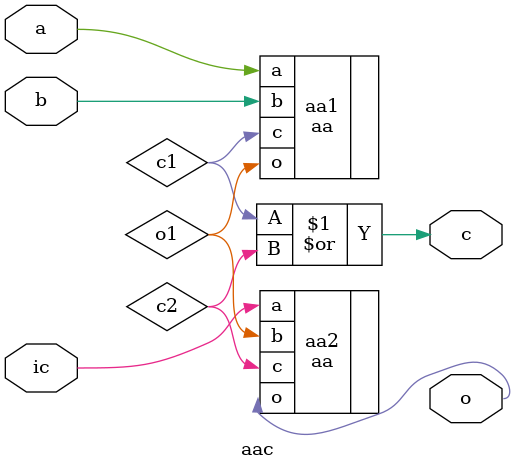
<source format=v>
module aac(c,o,ic,a,b);
	output c;
	output o;
	input ic;
	input a;
	input b;
	wire c1;
	wire o1;
	wire c2;

	aa aa1(
		.c(c1),
		.o(o1),
		.a(a),
		.b(b)
	);
	aa aa2(
		.c(c2),
		.o(o),
		.a(ic),
		.b(o1)
	);

	or(c,c1,c2);
endmodule

</source>
